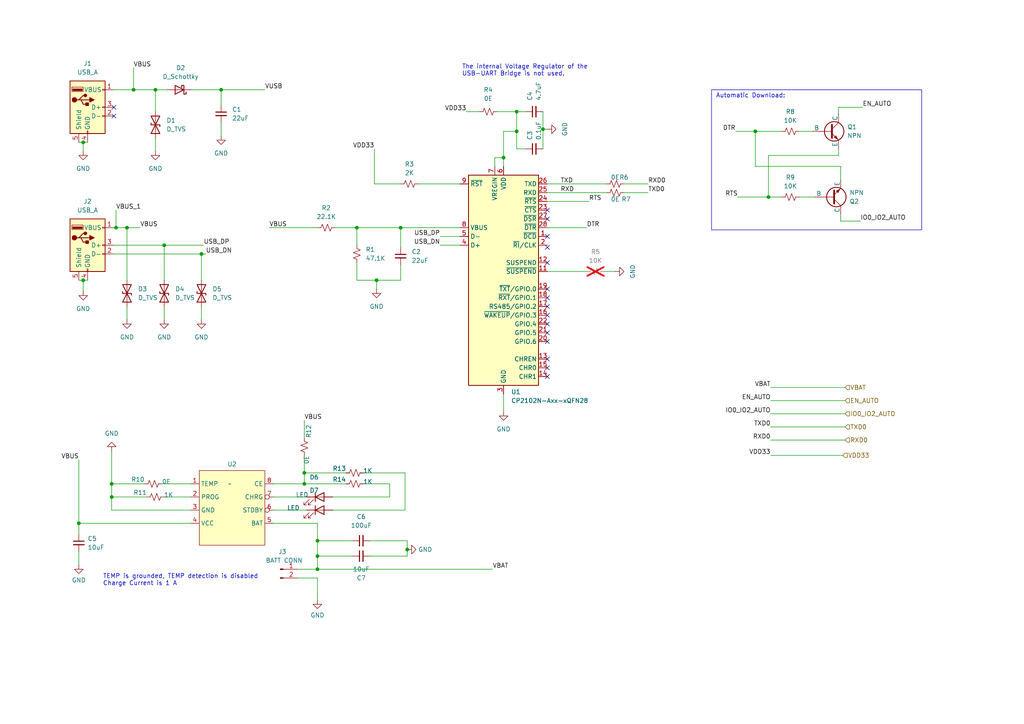
<source format=kicad_sch>
(kicad_sch (version 20230121) (generator eeschema)
  (paper "A4")
  (lib_symbols
    (symbol "Connector:Conn_01x02_Pin" (pin_names (offset 1.016) hide)
      (property "Reference" "J" (at 0 2.54 0))
      (property "Value" "Conn_01x02_Pin" (at 0 -5.08 0))
      (symbol "Conn_01x02_Pin_1_1"
        (polyline (pts (xy 1.27 -2.54) (xy 0.8636 -2.54)) (stroke (width 0.1524)))
        (polyline (pts (xy 1.27 0) (xy 0.8636 0)) (stroke (width 0.1524)))
        (rectangle (start 0.8636 -2.413) (end 0 -2.667) (stroke (width 0.1524)) (fill (type outline)))
        (rectangle (start 0.8636 0.127) (end 0 -0.127) (stroke (width 0.1524)) (fill (type outline)))
        (pin passive line (at 5.08 0 180) (length 3.81) (name "Pin_1") (number "1"))
        (pin passive line (at 5.08 -2.54 180) (length 3.81) (name "Pin_2") (number "2"))
      )
    )
    (symbol "Connector:USB_A" (pin_names (offset 1.016))
      (property "Reference" "J" (at -5.08 11.43 0))
      (property "Value" "USB_A" (at -5.08 8.89 0))
      (symbol "USB_A_0_1"
        (rectangle (start -5.08 -7.62) (end 5.08 7.62) (stroke (width 0.254)) (fill (type background)))
        (circle (center -3.81 2.159) (radius 0.635) (stroke (width 0.254)) (fill (type outline)))
        (rectangle (start -1.524 4.826) (end -4.318 5.334) (fill (type outline)))
        (rectangle (start -1.27 4.572) (end -4.572 5.842))
        (circle (center -0.635 3.429) (radius 0.381) (stroke (width 0.254)) (fill (type outline)))
        (rectangle (start -0.127 -7.62) (end 0.127 -6.858))
        (polyline (pts (xy -3.175 2.159) (xy -2.54 2.159) (xy -1.27 3.429) (xy -0.635 3.429)) (stroke (width 0.254)))
        (polyline (pts (xy -2.54 2.159) (xy -1.905 2.159) (xy -1.27 0.889) (xy 0 0.889)) (stroke (width 0.254)))
        (polyline (pts (xy 0.635 2.794) (xy 0.635 1.524) (xy 1.905 2.159) (xy 0.635 2.794)) (stroke (width 0.254)) (fill (type outline)))
        (rectangle (start 0.254 1.27) (end -0.508 0.508) (stroke (width 0.254)) (fill (type outline)))
        (rectangle (start 5.08 -2.667) (end 4.318 -2.413))
        (rectangle (start 5.08 -0.127) (end 4.318 0.127))
        (rectangle (start 5.08 4.953) (end 4.318 5.207))
      )
      (symbol "USB_A_1_1"
        (polyline (pts (xy -1.905 2.159) (xy 0.635 2.159)) (stroke (width 0.254)))
        (pin power_in line (at 7.62 5.08 180) (length 2.54) (name "VBUS") (number "1"))
        (pin bidirectional line (at 7.62 -2.54 180) (length 2.54) (name "D-") (number "2"))
        (pin bidirectional line (at 7.62 0 180) (length 2.54) (name "D+") (number "3"))
        (pin power_in line (at 0 -10.16 90) (length 2.54) (name "GND") (number "4"))
        (pin passive line (at -2.54 -10.16 90) (length 2.54) (name "Shield") (number "5"))
      )
    )
    (symbol "Device:C_Small" (pin_numbers hide) (pin_names (offset 0.254) hide)
      (property "Reference" "C" (at 0.254 1.778 0))
      (property "Value" "C_Small" (at 0.254 -2.032 0))
      (symbol "C_Small_0_1"
        (polyline (pts (xy -1.524 -0.508) (xy 1.524 -0.508)) (stroke (width 0.3302)))
        (polyline (pts (xy -1.524 0.508) (xy 1.524 0.508)) (stroke (width 0.3048)))
      )
      (symbol "C_Small_1_1"
        (pin passive line (at 0 2.54 270) (length 2.032) (name "~") (number "1"))
        (pin passive line (at 0 -2.54 90) (length 2.032) (name "~") (number "2"))
      )
    )
    (symbol "Device:D_Schottky" (pin_numbers hide) (pin_names (offset 1.016) hide)
      (property "Reference" "D" (at 0 2.54 0))
      (property "Value" "D_Schottky" (at 0 -2.54 0))
      (symbol "D_Schottky_0_1"
        (polyline (pts (xy 1.27 0) (xy -1.27 0)))
        (polyline (pts (xy 1.27 1.27) (xy 1.27 -1.27) (xy -1.27 0) (xy 1.27 1.27)) (stroke (width 0.254)))
        (polyline (pts (xy -1.905 0.635) (xy -1.905 1.27) (xy -1.27 1.27) (xy -1.27 -1.27) (xy -0.635 -1.27) (xy -0.635 -0.635)) (stroke (width 0.254)))
      )
      (symbol "D_Schottky_1_1"
        (pin passive line (at -3.81 0 0) (length 2.54) (name "K") (number "1"))
        (pin passive line (at 3.81 0 180) (length 2.54) (name "A") (number "2"))
      )
    )
    (symbol "Device:D_TVS" (pin_numbers hide) (pin_names (offset 1.016) hide)
      (property "Reference" "D" (at 0 2.54 0))
      (property "Value" "D_TVS" (at 0 -2.54 0))
      (symbol "D_TVS_0_1"
        (polyline (pts (xy 1.27 0) (xy -1.27 0)))
        (polyline (pts (xy 0.508 1.27) (xy 0 1.27) (xy 0 -1.27) (xy -0.508 -1.27)) (stroke (width 0.254)))
        (polyline (pts (xy -2.54 1.27) (xy -2.54 -1.27) (xy 2.54 1.27) (xy 2.54 -1.27) (xy -2.54 1.27)) (stroke (width 0.254)))
      )
      (symbol "D_TVS_1_1"
        (pin passive line (at -3.81 0 0) (length 2.54) (name "A1") (number "1"))
        (pin passive line (at 3.81 0 180) (length 2.54) (name "A2") (number "2"))
      )
    )
    (symbol "Device:LED" (pin_numbers hide) (pin_names (offset 1.016) hide)
      (property "Reference" "D" (at 0 2.54 0))
      (property "Value" "LED" (at 0 -2.54 0))
      (symbol "LED_0_1"
        (polyline (pts (xy -1.27 -1.27) (xy -1.27 1.27)) (stroke (width 0.254)))
        (polyline (pts (xy -1.27 0) (xy 1.27 0)))
        (polyline (pts (xy 1.27 -1.27) (xy 1.27 1.27) (xy -1.27 0) (xy 1.27 -1.27)) (stroke (width 0.254)))
        (polyline (pts (xy -3.048 -0.762) (xy -4.572 -2.286) (xy -3.81 -2.286) (xy -4.572 -2.286) (xy -4.572 -1.524)))
        (polyline (pts (xy -1.778 -0.762) (xy -3.302 -2.286) (xy -2.54 -2.286) (xy -3.302 -2.286) (xy -3.302 -1.524)))
      )
      (symbol "LED_1_1"
        (pin passive line (at -3.81 0 0) (length 2.54) (name "K") (number "1"))
        (pin passive line (at 3.81 0 180) (length 2.54) (name "A") (number "2"))
      )
    )
    (symbol "Device:R_Small_US" (pin_numbers hide) (pin_names (offset 0.254) hide)
      (property "Reference" "R" (at 0.762 0.508 0))
      (property "Value" "R_Small_US" (at 0.762 -1.016 0))
      (symbol "R_Small_US_1_1"
        (polyline (pts (xy 0 0) (xy 1.016 -0.381) (xy 0 -0.762) (xy -1.016 -1.143) (xy 0 -1.524)))
        (polyline (pts (xy 0 1.524) (xy 1.016 1.143) (xy 0 0.762) (xy -1.016 0.381) (xy 0 0)))
        (pin passive line (at 0 2.54 270) (length 1.016) (name "~") (number "1"))
        (pin passive line (at 0 -2.54 90) (length 1.016) (name "~") (number "2"))
      )
    )
    (symbol "Interface_USB:CP2102N-Axx-xQFN28"
      (property "Reference" "U" (at -8.89 31.75 0))
      (property "Value" "CP2102N-Axx-xQFN28" (at 12.7 31.75 0))
      (symbol "CP2102N-Axx-xQFN28_0_1"
        (rectangle (start -10.16 30.48) (end 10.16 -30.48) (stroke (width 0.254)) (fill (type background)))
      )
      (symbol "CP2102N-Axx-xQFN28_1_1"
        (pin input line (at 12.7 12.7 180) (length 2.54) (name "~{DCD}") (number "1"))
        (pin no_connect line (at -10.16 -27.94 0) (length 2.54) hide (name "NC") (number "10"))
        (pin output line (at 12.7 2.54 180) (length 2.54) (name "~{SUSPEND}") (number "11"))
        (pin output line (at 12.7 5.08 180) (length 2.54) (name "SUSPEND") (number "12"))
        (pin output line (at 12.7 -22.86 180) (length 2.54) (name "CHREN") (number "13"))
        (pin output line (at 12.7 -27.94 180) (length 2.54) (name "CHR1") (number "14"))
        (pin output line (at 12.7 -25.4 180) (length 2.54) (name "CHR0") (number "15"))
        (pin bidirectional line (at 12.7 -10.16 180) (length 2.54) (name "~{WAKEUP}/GPIO.3") (number "16"))
        (pin bidirectional line (at 12.7 -7.62 180) (length 2.54) (name "RS485/GPIO.2") (number "17"))
        (pin bidirectional line (at 12.7 -5.08 180) (length 2.54) (name "~{RXT}/GPIO.1") (number "18"))
        (pin bidirectional line (at 12.7 -2.54 180) (length 2.54) (name "~{TXT}/GPIO.0") (number "19"))
        (pin bidirectional line (at 12.7 10.16 180) (length 2.54) (name "~{RI}/CLK") (number "2"))
        (pin bidirectional line (at 12.7 -17.78 180) (length 2.54) (name "GPIO.6") (number "20"))
        (pin bidirectional line (at 12.7 -15.24 180) (length 2.54) (name "GPIO.5") (number "21"))
        (pin bidirectional line (at 12.7 -12.7 180) (length 2.54) (name "GPIO.4") (number "22"))
        (pin input line (at 12.7 20.32 180) (length 2.54) (name "~{CTS}") (number "23"))
        (pin output line (at 12.7 22.86 180) (length 2.54) (name "~{RTS}") (number "24"))
        (pin input line (at 12.7 25.4 180) (length 2.54) (name "RXD") (number "25"))
        (pin output line (at 12.7 27.94 180) (length 2.54) (name "TXD") (number "26"))
        (pin input line (at 12.7 17.78 180) (length 2.54) (name "~{DSR}") (number "27"))
        (pin output line (at 12.7 15.24 180) (length 2.54) (name "~{DTR}") (number "28"))
        (pin passive line (at 0 -33.02 90) (length 2.54) hide (name "GND") (number "29"))
        (pin power_in line (at 0 -33.02 90) (length 2.54) (name "GND") (number "3"))
        (pin bidirectional line (at -12.7 10.16 0) (length 2.54) (name "D+") (number "4"))
        (pin bidirectional line (at -12.7 12.7 0) (length 2.54) (name "D-") (number "5"))
        (pin power_in line (at 0 33.02 270) (length 2.54) (name "VDD") (number "6"))
        (pin power_in line (at -2.54 33.02 270) (length 2.54) (name "VREGIN") (number "7"))
        (pin input line (at -12.7 15.24 0) (length 2.54) (name "VBUS") (number "8"))
        (pin input line (at -12.7 27.94 0) (length 2.54) (name "~{RST}") (number "9"))
      )
    )
    (symbol "Project Symbol Library:AP5056_Single_Cell_Li_Ion_Charger"
      (property "Reference" "U" (at 0 0 0))
      (symbol "AP5056_Single_Cell_Li_Ion_Charger_1_1"
        (rectangle (start -8.89 3.81) (end 10.16 -17.78) (fill (type background)))
        (pin bidirectional line (at -11.43 0 0) (length 2.54) (name "TEMP") (number "1"))
        (pin bidirectional line (at -11.43 -3.81 0) (length 2.54) (name "PROG") (number "2"))
        (pin bidirectional line (at -11.43 -7.62 0) (length 2.54) (name "GND") (number "3"))
        (pin bidirectional line (at -11.43 -11.43 0) (length 2.54) (name "VCC") (number "4"))
        (pin bidirectional line (at 12.7 -11.43 180) (length 2.54) (name "BAT") (number "5"))
        (pin bidirectional inverted (at 12.7 -7.62 180) (length 2.54) (name "STDBY") (number "6"))
        (pin bidirectional inverted (at 12.7 -3.81 180) (length 2.54) (name "CHRG") (number "7"))
        (pin bidirectional line (at 12.7 0 180) (length 2.54) (name "CE") (number "8"))
      )
    )
    (symbol "Simulation_SPICE:NPN" (pin_numbers hide) (pin_names (offset 0))
      (property "Reference" "Q" (at -2.54 7.62 0))
      (property "Value" "NPN" (at -2.54 5.08 0))
      (symbol "NPN_0_1"
        (polyline (pts (xy -2.54 0) (xy 0.635 0)) (stroke (width 0.1524)))
        (polyline (pts (xy 0.635 0.635) (xy 2.54 2.54)))
        (polyline (pts (xy 2.794 -1.27) (xy 2.794 -1.27)) (stroke (width 0.1524)))
        (polyline (pts (xy 2.794 -1.27) (xy 2.794 -1.27)) (stroke (width 0.1524)))
        (polyline (pts (xy 0.635 -0.635) (xy 2.54 -2.54) (xy 2.54 -2.54)))
        (polyline (pts (xy 0.635 1.905) (xy 0.635 -1.905) (xy 0.635 -1.905)) (stroke (width 0.508)))
        (polyline (pts (xy 1.27 -1.778) (xy 1.778 -1.27) (xy 2.286 -2.286) (xy 1.27 -1.778) (xy 1.27 -1.778)) (fill (type outline)))
        (circle (center 1.27 0) (radius 2.8194) (stroke (width 0.254)))
      )
      (symbol "NPN_1_1"
        (pin open_collector line (at 2.54 5.08 270) (length 2.54) (name "C") (number "1"))
        (pin input line (at -5.08 0 0) (length 2.54) (name "B") (number "2"))
        (pin open_emitter line (at 2.54 -5.08 90) (length 2.54) (name "E") (number "3"))
      )
    )
    (symbol "power:GND" (power) (pin_names (offset 0))
      (property "Value" "GND" (at 0 -3.81 0))
      (symbol "GND_0_1"
        (polyline (pts (xy 0 0) (xy 0 -1.27) (xy 1.27 -1.27) (xy 0 -2.54) (xy -1.27 -1.27) (xy 0 -1.27)))
      )
      (symbol "GND_1_1"
        (pin power_in line (at 0 0 270) (length 0) hide (name "GND") (number "1"))
      )
    )
  )
  (junction (at 146.05 45.72))
  (junction (at 24.13 81.28))
  (junction (at 118.11 159.385))
  (junction (at 149.86 32.385))
  (junction (at 58.42 73.66))
  (junction (at 222.885 57.15))
  (junction (at 109.22 81.28))
  (junction (at 92.075 156.845))
  (junction (at 157.48 37.465))
  (junction (at 88.265 140.335))
  (junction (at 103.505 66.04))
  (junction (at 32.385 144.145))
  (junction (at 33.655 66.04))
  (junction (at 116.205 66.04))
  (junction (at 22.86 151.765))
  (junction (at 64.135 26.035))
  (junction (at 36.83 66.04))
  (junction (at 24.13 41.275))
  (junction (at 88.265 137.16))
  (junction (at 149.86 38.1))
  (junction (at 32.385 140.335))
  (junction (at 47.625 71.12))
  (junction (at 45.085 26.035))
  (junction (at 92.075 161.29))
  (junction (at 38.735 26.035))
  (junction (at 92.075 165.1))
  (junction (at 219.075 38.1))
  (no_connect (at 158.75 96.52))
  (no_connect (at 158.75 63.5))
  (no_connect (at 33.02 33.655))
  (no_connect (at 158.75 106.68))
  (no_connect (at 158.75 83.82))
  (no_connect (at 158.75 99.06))
  (no_connect (at 158.75 93.98))
  (no_connect (at 158.75 60.96))
  (no_connect (at 158.75 91.44))
  (no_connect (at 158.75 104.14))
  (no_connect (at 158.75 86.36))
  (no_connect (at 158.75 71.755))
  (no_connect (at 158.75 109.22))
  (no_connect (at 158.75 68.58))
  (no_connect (at 158.75 88.9))
  (no_connect (at 33.02 31.115))
  (no_connect (at 158.75 76.2))
  (wire (pts (xy 24.13 81.28) (xy 24.13 84.455)))
  (wire (pts (xy 88.265 121.92) (xy 88.265 127)))
  (wire (pts (xy 45.085 32.385) (xy 45.085 26.035)))
  (wire (pts (xy 64.135 26.035) (xy 76.835 26.035)))
  (wire (pts (xy 64.135 26.035) (xy 64.135 30.48)))
  (wire (pts (xy 213.36 38.1) (xy 219.075 38.1)))
  (wire (pts (xy 243.205 43.18) (xy 243.205 45.085)))
  (wire (pts (xy 79.375 144.145) (xy 88.9 144.145)))
  (wire (pts (xy 88.265 137.16) (xy 100.33 137.16)))
  (wire (pts (xy 38.735 26.035) (xy 33.02 26.035)))
  (wire (pts (xy 22.86 160.02) (xy 22.86 163.83)))
  (wire (pts (xy 79.375 151.765) (xy 92.075 151.765)))
  (wire (pts (xy 243.84 64.135) (xy 249.555 64.135)))
  (wire (pts (xy 213.995 57.15) (xy 222.885 57.15)))
  (wire (pts (xy 47.625 88.9) (xy 47.625 92.71)))
  (wire (pts (xy 92.075 167.64) (xy 92.075 173.99)))
  (wire (pts (xy 38.735 26.035) (xy 45.085 26.035)))
  (wire (pts (xy 33.655 66.04) (xy 36.83 66.04)))
  (wire (pts (xy 24.13 41.275) (xy 25.4 41.275)))
  (wire (pts (xy 58.42 88.9) (xy 58.42 92.71)))
  (wire (pts (xy 222.885 57.15) (xy 226.695 57.15)))
  (wire (pts (xy 149.86 43.18) (xy 149.86 38.1)))
  (wire (pts (xy 158.75 55.88) (xy 175.895 55.88)))
  (wire (pts (xy 243.84 62.23) (xy 243.84 64.135)))
  (wire (pts (xy 88.265 137.16) (xy 88.265 140.335)))
  (wire (pts (xy 38.735 19.685) (xy 38.735 26.035)))
  (wire (pts (xy 116.205 66.04) (xy 133.35 66.04)))
  (wire (pts (xy 175.26 78.74) (xy 178.435 78.74)))
  (wire (pts (xy 103.505 71.12) (xy 103.505 66.04)))
  (wire (pts (xy 88.265 132.08) (xy 88.265 137.16)))
  (wire (pts (xy 146.05 38.1) (xy 149.86 38.1)))
  (wire (pts (xy 103.505 66.04) (xy 116.205 66.04)))
  (wire (pts (xy 158.75 78.74) (xy 170.18 78.74)))
  (wire (pts (xy 219.075 38.1) (xy 226.695 38.1)))
  (wire (pts (xy 103.505 81.28) (xy 109.22 81.28)))
  (wire (pts (xy 103.505 76.2) (xy 103.505 81.28)))
  (wire (pts (xy 116.205 76.835) (xy 116.205 81.28)))
  (wire (pts (xy 105.41 137.16) (xy 117.475 137.16)))
  (wire (pts (xy 36.83 66.04) (xy 40.64 66.04)))
  (wire (pts (xy 22.86 81.28) (xy 24.13 81.28)))
  (wire (pts (xy 96.52 144.145) (xy 113.03 144.145)))
  (wire (pts (xy 117.475 137.16) (xy 117.475 147.955)))
  (wire (pts (xy 223.52 112.395) (xy 245.11 112.395)))
  (wire (pts (xy 47.625 71.12) (xy 59.055 71.12)))
  (wire (pts (xy 116.205 71.755) (xy 116.205 66.04)))
  (wire (pts (xy 157.48 43.18) (xy 157.48 37.465)))
  (wire (pts (xy 158.75 66.04) (xy 170.18 66.04)))
  (wire (pts (xy 79.375 147.955) (xy 88.9 147.955)))
  (wire (pts (xy 231.775 38.1) (xy 235.585 38.1)))
  (wire (pts (xy 118.11 159.385) (xy 118.11 161.29)))
  (wire (pts (xy 32.385 147.955) (xy 55.245 147.955)))
  (wire (pts (xy 47.625 144.145) (xy 55.245 144.145)))
  (wire (pts (xy 146.05 45.72) (xy 146.05 48.26)))
  (wire (pts (xy 45.085 26.035) (xy 48.26 26.035)))
  (wire (pts (xy 146.05 38.1) (xy 146.05 45.72)))
  (wire (pts (xy 219.075 48.26) (xy 219.075 38.1)))
  (wire (pts (xy 24.13 81.28) (xy 25.4 81.28)))
  (wire (pts (xy 64.135 35.56) (xy 64.135 39.37)))
  (wire (pts (xy 32.385 140.335) (xy 32.385 130.81)))
  (wire (pts (xy 92.075 156.845) (xy 92.075 161.29)))
  (wire (pts (xy 109.22 81.28) (xy 116.205 81.28)))
  (wire (pts (xy 32.385 144.145) (xy 32.385 147.955)))
  (wire (pts (xy 157.48 37.465) (xy 158.75 37.465)))
  (wire (pts (xy 157.48 37.465) (xy 157.48 32.385)))
  (wire (pts (xy 107.315 156.845) (xy 118.11 156.845)))
  (wire (pts (xy 92.075 165.1) (xy 86.36 165.1)))
  (wire (pts (xy 36.83 88.9) (xy 36.83 92.71)))
  (wire (pts (xy 113.03 140.335) (xy 105.41 140.335)))
  (wire (pts (xy 144.145 32.385) (xy 149.86 32.385)))
  (wire (pts (xy 118.11 161.29) (xy 107.315 161.29)))
  (wire (pts (xy 86.36 167.64) (xy 92.075 167.64)))
  (wire (pts (xy 243.84 48.26) (xy 219.075 48.26)))
  (wire (pts (xy 22.86 151.765) (xy 55.245 151.765)))
  (wire (pts (xy 46.99 140.335) (xy 55.245 140.335)))
  (wire (pts (xy 58.42 73.66) (xy 58.42 81.28)))
  (wire (pts (xy 78.105 66.04) (xy 92.075 66.04)))
  (wire (pts (xy 92.075 161.29) (xy 92.075 165.1)))
  (wire (pts (xy 223.52 120.015) (xy 245.11 120.015)))
  (wire (pts (xy 127.635 68.58) (xy 133.35 68.58)))
  (wire (pts (xy 152.4 43.18) (xy 149.86 43.18)))
  (wire (pts (xy 158.75 58.42) (xy 170.815 58.42)))
  (wire (pts (xy 127.635 71.12) (xy 133.35 71.12)))
  (wire (pts (xy 243.84 52.07) (xy 243.84 48.26)))
  (wire (pts (xy 88.265 140.335) (xy 100.33 140.335)))
  (wire (pts (xy 223.52 116.205) (xy 245.11 116.205)))
  (wire (pts (xy 33.02 73.66) (xy 58.42 73.66)))
  (wire (pts (xy 32.385 144.145) (xy 32.385 140.335)))
  (wire (pts (xy 42.545 144.145) (xy 32.385 144.145)))
  (wire (pts (xy 33.02 66.04) (xy 33.655 66.04)))
  (wire (pts (xy 58.42 73.66) (xy 59.69 73.66)))
  (wire (pts (xy 149.86 32.385) (xy 149.86 38.1)))
  (wire (pts (xy 223.52 123.825) (xy 245.11 123.825)))
  (wire (pts (xy 223.52 132.08) (xy 244.475 132.08)))
  (wire (pts (xy 180.975 55.88) (xy 187.96 55.88)))
  (wire (pts (xy 33.02 71.12) (xy 47.625 71.12)))
  (wire (pts (xy 96.52 147.955) (xy 117.475 147.955)))
  (wire (pts (xy 243.205 31.115) (xy 243.205 33.02)))
  (wire (pts (xy 250.19 31.115) (xy 243.205 31.115)))
  (wire (pts (xy 231.775 57.15) (xy 236.22 57.15)))
  (wire (pts (xy 108.585 53.34) (xy 116.205 53.34)))
  (wire (pts (xy 22.86 133.35) (xy 22.86 151.765)))
  (wire (pts (xy 109.22 81.28) (xy 109.22 83.82)))
  (wire (pts (xy 135.255 32.385) (xy 139.065 32.385)))
  (wire (pts (xy 146.05 114.3) (xy 146.05 119.38)))
  (wire (pts (xy 223.52 127.635) (xy 245.11 127.635)))
  (wire (pts (xy 158.75 53.34) (xy 175.895 53.34)))
  (wire (pts (xy 33.655 60.96) (xy 33.655 66.04)))
  (wire (pts (xy 108.585 43.18) (xy 108.585 53.34)))
  (wire (pts (xy 92.075 161.29) (xy 102.235 161.29)))
  (wire (pts (xy 149.86 32.385) (xy 152.4 32.385)))
  (wire (pts (xy 92.075 151.765) (xy 92.075 156.845)))
  (wire (pts (xy 22.86 41.275) (xy 24.13 41.275)))
  (wire (pts (xy 24.13 41.275) (xy 24.13 43.815)))
  (wire (pts (xy 113.03 144.145) (xy 113.03 140.335)))
  (wire (pts (xy 47.625 71.12) (xy 47.625 81.28)))
  (wire (pts (xy 36.83 66.04) (xy 36.83 81.28)))
  (wire (pts (xy 92.075 156.845) (xy 102.235 156.845)))
  (wire (pts (xy 97.155 66.04) (xy 103.505 66.04)))
  (wire (pts (xy 121.285 53.34) (xy 133.35 53.34)))
  (wire (pts (xy 143.51 45.72) (xy 146.05 45.72)))
  (wire (pts (xy 92.075 165.1) (xy 142.875 165.1)))
  (wire (pts (xy 45.085 40.005) (xy 45.085 43.815)))
  (wire (pts (xy 41.91 140.335) (xy 32.385 140.335)))
  (wire (pts (xy 243.205 45.085) (xy 222.885 45.085)))
  (wire (pts (xy 118.11 156.845) (xy 118.11 159.385)))
  (wire (pts (xy 180.975 53.34) (xy 187.96 53.34)))
  (wire (pts (xy 222.885 45.085) (xy 222.885 57.15)))
  (wire (pts (xy 143.51 48.26) (xy 143.51 45.72)))
  (wire (pts (xy 88.265 140.335) (xy 79.375 140.335)))
  (wire (pts (xy 55.88 26.035) (xy 64.135 26.035)))
  (wire (pts (xy 22.86 151.765) (xy 22.86 154.94)))
  (rectangle (start 206.375 26.035) (end 267.335 66.675))
  (text "Automatic Download:" (at 207.645 28.575 0) (effects (font (size 1.27 1.27)) (justify left bottom)))
  (text "TEMP is grounded, TEMP detection is disabled\nCharge Current is 1 A\n\n" (at 29.845 172.085 0) (effects (font (size 1.27 1.27)) (justify left bottom)))
  (text "The internal Voltage Regulator of the \nUSB-UART Bridge is not used.\n" (at 133.985 22.225 0) (effects (font (size 1.27 1.27)) (justify left bottom)))
  (label "TXD0" (at 223.52 123.825 180))
  (label "VBUS" (at 38.735 19.685 0))
  (label "VBUS" (at 40.64 66.04 0))
  (label "USB_DN" (at 127.635 71.12 180))
  (label "USB_DP" (at 127.635 68.58 180))
  (label "IO0_IO2_AUTO" (at 223.52 120.015 180))
  (label "VDD33" (at 135.255 32.385 180))
  (label "RTS" (at 170.815 58.42 0))
  (label "TXD0" (at 187.96 55.88 0))
  (label "DTR" (at 170.18 66.04 0))
  (label "RXD0" (at 187.96 53.34 0))
  (label "VBUS" (at 88.265 121.92 0))
  (label "RTS" (at 213.995 57.15 180))
  (label "VUSB" (at 76.835 26.035 0))
  (label "USB_DN" (at 59.69 73.66 0))
  (label "VBAT" (at 223.52 112.395 180))
  (label "TXD" (at 162.56 53.34 0))
  (label "VBUS" (at 22.86 133.35 180))
  (label "VDD33" (at 223.52 132.08 180))
  (label "USB_DP" (at 59.055 71.12 0))
  (label "EN_AUTO" (at 223.52 116.205 180))
  (label "VBUS" (at 78.105 66.04 0))
  (label "IO0_IO2_AUTO" (at 249.555 64.135 0))
  (label "RXD0" (at 223.52 127.635 180))
  (label "VDD33" (at 108.585 43.18 180))
  (label "RXD" (at 162.56 55.88 0))
  (label "DTR" (at 213.36 38.1 180))
  (label "VBAT" (at 142.875 165.1 0))
  (label "VBUS_1" (at 33.655 60.96 0))
  (label "EN_AUTO" (at 250.19 31.115 0))
  (hierarchical_label "RXD0" (shape input) (at 245.11 127.635 0))
  (hierarchical_label "TXD0" (shape input) (at 245.11 123.825 0))
  (hierarchical_label "IO0_IO2_AUTO" (shape input) (at 245.11 120.015 0))
  (hierarchical_label "EN_AUTO" (shape input) (at 245.11 116.205 0))
  (hierarchical_label "VBAT" (shape input) (at 245.11 112.395 0))
  (hierarchical_label "VDD33" (shape input) (at 244.475 132.08 0))
  (symbol (lib_id "power:GND") (at 32.385 130.81 180) (unit 1)
    (property "Reference" "#PWR012" (effects hide))
    (property "Value" "GND" (at 32.385 125.73 0))
  )
  (symbol (lib_id "Connector:Conn_01x02_Pin") (at 81.28 165.1 0) (unit 1)
    (property "Reference" "J3" (at 81.915 160.02 0))
    (property "Value" " BATT CONN" (at 81.915 162.56 0))
  )
  (symbol (lib_id "Device:R_Small_US") (at 172.72 78.74 90) (unit 1) (in_bom no) (dnp yes)
    (property "Reference" "R5" (at 172.72 73.025 90))
    (property "Value" "10K" (at 172.72 75.565 90))
  )
  (symbol (lib_id "Device:R_Small_US") (at 102.87 137.16 90) (unit 1)
    (property "Reference" "R13" (at 98.425 135.89 90))
    (property "Value" "1K" (at 106.68 136.525 90))
  )
  (symbol (lib_id "power:GND") (at 58.42 92.71 0) (unit 1)
    (property "Reference" "#PWR07" (effects hide))
    (property "Value" "GND" (at 58.42 97.79 0))
  )
  (symbol (lib_id "Device:D_TVS") (at 47.625 85.09 90) (unit 1)
    (property "Reference" "D4" (at 50.8 83.82 90) (effects (justify right)))
    (property "Value" "D_TVS" (at 50.8 86.36 90) (effects (justify right)))
    (property "Part Number" "LESD5D5.0CT1G" (effects hide))
  )
  (symbol (lib_id "power:GND") (at 158.75 37.465 90) (unit 1)
    (property "Reference" "#PWR010" (effects hide))
    (property "Value" "GND" (at 163.83 37.465 0))
  )
  (symbol (lib_id "Device:C_Small") (at 154.94 43.18 90) (unit 1)
    (property "Reference" "C3" (at 153.6763 40.64 0) (effects (justify left)))
    (property "Value" "0.1uF" (at 156.2163 40.64 0) (effects (justify left)))
  )
  (symbol (lib_id "Device:D_TVS") (at 45.085 36.195 90) (unit 1)
    (property "Reference" "D1" (at 48.26 34.925 90) (effects (justify right)))
    (property "Value" "D_TVS" (at 48.26 37.465 90) (effects (justify right)))
    (property "Part Number" "LESD5D5.0CT1G" (effects hide))
  )
  (symbol (lib_id "Device:C_Small") (at 64.135 33.02 0) (unit 1)
    (property "Reference" "C1" (at 67.31 31.7563 0) (effects (justify left)))
    (property "Value" "22uF" (at 67.31 34.2963 0) (effects (justify left)))
  )
  (symbol (lib_id "Device:R_Small_US") (at 229.235 57.15 90) (unit 1)
    (property "Reference" "R9" (at 229.235 51.435 90))
    (property "Value" "10K" (at 229.235 53.975 90))
  )
  (symbol (lib_id "Simulation_SPICE:NPN") (at 241.3 57.15 0) (mirror x) (unit 1)
    (property "Reference" "Q2" (at 246.38 58.42 0) (effects (justify left)))
    (property "Value" "NPN" (at 246.38 55.88 0) (effects (justify left)))
    (property "Sim.Device" "NPN" (effects hide))
    (property "Sim.Type" "GUMMELPOON" (effects hide))
    (property "Sim.Pins" "1=C 2=B 3=E" (effects hide))
  )
  (symbol (lib_id "Project Symbol Library:AP5056_Single_Cell_Li_Ion_Charger") (at 66.675 140.335 0) (unit 1)
    (property "Reference" "U2" (at 67.31 134.62 0))
    (property "Value" "~" (at 66.675 140.335 0))
  )
  (symbol (lib_id "power:GND") (at 47.625 92.71 0) (unit 1)
    (property "Reference" "#PWR06" (effects hide))
    (property "Value" "GND" (at 47.625 97.79 0))
  )
  (symbol (lib_id "power:GND") (at 45.085 43.815 0) (unit 1)
    (property "Reference" "#PWR03" (effects hide))
    (property "Value" "GND" (at 45.085 48.895 0))
  )
  (symbol (lib_id "power:GND") (at 36.83 92.71 0) (unit 1)
    (property "Reference" "#PWR05" (effects hide))
    (property "Value" "GND" (at 36.83 97.79 0))
  )
  (symbol (lib_id "Device:R_Small_US") (at 178.435 53.34 90) (unit 1)
    (property "Reference" "R6" (at 180.975 51.435 90))
    (property "Value" "0E" (at 178.435 51.435 90))
  )
  (symbol (lib_id "Device:R_Small_US") (at 103.505 73.66 0) (unit 1)
    (property "Reference" "R1" (at 106.045 72.39 0) (effects (justify left)))
    (property "Value" "47.1K" (at 106.045 74.93 0) (effects (justify left)))
  )
  (symbol (lib_id "Device:R_Small_US") (at 45.085 144.145 90) (unit 1)
    (property "Reference" "R11" (at 40.64 142.875 90))
    (property "Value" "1K" (at 48.895 143.51 90))
  )
  (symbol (lib_id "Connector:USB_A") (at 25.4 31.115 0) (unit 1)
    (property "Reference" "J1" (at 25.4 18.415 0))
    (property "Value" "USB_A" (at 25.4 20.955 0))
    (property "Datasheet" " ~" (effects hide))
  )
  (symbol (lib_id "Device:LED") (at 92.71 147.955 0) (unit 1)
    (property "Reference" "D7" (at 91.1225 142.24 0))
    (property "Value" "LED" (at 85.09 147.32 0))
  )
  (symbol (lib_id "Device:R_Small_US") (at 88.265 129.54 0) (unit 1)
    (property "Reference" "R12" (at 89.535 125.095 90))
    (property "Value" "0E" (at 88.9 133.35 90))
  )
  (symbol (lib_id "power:GND") (at 146.05 119.38 0) (unit 1)
    (property "Reference" "#PWR09" (effects hide))
    (property "Value" "GND" (at 146.05 124.46 0))
  )
  (symbol (lib_id "power:GND") (at 24.13 84.455 0) (unit 1)
    (property "Reference" "#PWR02" (effects hide))
    (property "Value" "GND" (at 24.13 89.535 0))
  )
  (symbol (lib_id "Connector:USB_A") (at 25.4 71.12 0) (unit 1)
    (property "Reference" "J2" (at 25.4 58.42 0))
    (property "Value" "USB_A" (at 25.4 60.96 0))
    (property "Datasheet" " ~" (effects hide))
  )
  (symbol (lib_id "power:GND") (at 24.13 43.815 0) (unit 1)
    (property "Reference" "#PWR01" (effects hide))
    (property "Value" "GND" (at 24.13 48.895 0))
  )
  (symbol (lib_id "Device:D_TVS") (at 36.83 85.09 90) (unit 1)
    (property "Reference" "D3" (at 40.005 83.82 90) (effects (justify right)))
    (property "Value" "D_TVS" (at 40.005 86.36 90) (effects (justify right)))
    (property "Part Number" "LESD5D5.0CT1G" (effects hide))
  )
  (symbol (lib_id "Device:C_Small") (at 104.775 161.29 90) (mirror x) (unit 1)
    (property "Reference" "C7" (at 104.7813 167.64 90))
    (property "Value" "10uF" (at 104.7813 165.1 90))
  )
  (symbol (lib_id "Device:R_Small_US") (at 141.605 32.385 90) (unit 1)
    (property "Reference" "R4" (at 141.605 26.035 90))
    (property "Value" "0E" (at 141.605 28.575 90))
  )
  (symbol (lib_id "Simulation_SPICE:NPN") (at 240.665 38.1 0) (unit 1)
    (property "Reference" "Q1" (at 245.745 36.83 0) (effects (justify left)))
    (property "Value" "NPN" (at 245.745 39.37 0) (effects (justify left)))
    (property "Sim.Device" "NPN" (effects hide))
    (property "Sim.Type" "GUMMELPOON" (effects hide))
    (property "Sim.Pins" "1=C 2=B 3=E" (effects hide))
  )
  (symbol (lib_id "power:GND") (at 22.86 163.83 0) (unit 1)
    (property "Reference" "#PWR013" (effects hide))
    (property "Value" "GND" (at 22.86 168.275 0))
  )
  (symbol (lib_id "Device:R_Small_US") (at 178.435 55.88 90) (unit 1)
    (property "Reference" "R7" (at 181.61 57.785 90))
    (property "Value" "0E" (at 178.435 57.785 90))
  )
  (symbol (lib_id "Device:C_Small") (at 104.775 156.845 90) (unit 1)
    (property "Reference" "C6" (at 104.7813 149.86 90))
    (property "Value" "100uF" (at 104.7813 152.4 90))
  )
  (symbol (lib_id "Device:LED") (at 92.71 144.145 0) (unit 1)
    (property "Reference" "D6" (at 91.1225 138.43 0))
    (property "Value" "LED" (at 87.63 143.51 0))
  )
  (symbol (lib_id "power:GND") (at 178.435 78.74 90) (unit 1)
    (property "Reference" "#PWR011" (effects hide))
    (property "Value" "GND" (at 183.515 78.74 0))
  )
  (symbol (lib_id "power:GND") (at 64.135 39.37 0) (unit 1)
    (property "Reference" "#PWR04" (effects hide))
    (property "Value" "GND" (at 64.135 44.45 0))
  )
  (symbol (lib_id "Device:R_Small_US") (at 229.235 38.1 90) (unit 1)
    (property "Reference" "R8" (at 229.235 32.385 90))
    (property "Value" "10K" (at 229.235 34.925 90))
  )
  (symbol (lib_id "Device:C_Small") (at 154.94 32.385 90) (unit 1)
    (property "Reference" "C4" (at 153.6763 29.21 0) (effects (justify left)))
    (property "Value" "4.7uF" (at 156.2163 29.21 0) (effects (justify left)))
  )
  (symbol (lib_id "power:GND") (at 92.075 173.99 0) (unit 1)
    (property "Reference" "#PWR014" (effects hide))
    (property "Value" "GND" (at 92.075 178.435 0))
  )
  (symbol (lib_id "Device:R_Small_US") (at 118.745 53.34 90) (unit 1)
    (property "Reference" "R3" (at 118.745 47.625 90))
    (property "Value" "2K" (at 118.745 50.165 90))
  )
  (symbol (lib_id "Device:C_Small") (at 116.205 74.295 0) (unit 1)
    (property "Reference" "C2" (at 119.38 73.0313 0) (effects (justify left)))
    (property "Value" "22uF" (at 119.38 75.5713 0) (effects (justify left)))
  )
  (symbol (lib_id "Interface_USB:CP2102N-Axx-xQFN28") (at 146.05 81.28 0) (unit 1)
    (property "Reference" "U1" (at 148.2441 113.665 0) (effects (justify left)))
    (property "Value" "CP2102N-Axx-xQFN28" (at 148.2441 116.205 0) (effects (justify left)))
    (property "Footprint" "Package_DFN_QFN:QFN-28-1EP_5x5mm_P0.5mm_EP3.35x3.35mm" (effects hide))
    (property "Datasheet" "https://www.silabs.com/documents/public/data-sheets/cp2102n-datasheet.pdf" (effects hide))
  )
  (symbol (lib_id "Device:R_Small_US") (at 94.615 66.04 90) (unit 1)
    (property "Reference" "R2" (at 94.615 60.325 90))
    (property "Value" "22.1K" (at 94.615 62.865 90))
  )
  (symbol (lib_id "Device:R_Small_US") (at 44.45 140.335 90) (unit 1)
    (property "Reference" "R10" (at 40.005 139.065 90))
    (property "Value" "0E" (at 48.26 139.7 90))
  )
  (symbol (lib_id "power:GND") (at 118.11 159.385 90) (unit 1)
    (property "Reference" "#PWR015" (effects hide))
    (property "Value" "GND" (at 121.285 159.385 90) (effects (justify right)))
  )
  (symbol (lib_id "power:GND") (at 109.22 83.82 0) (unit 1)
    (property "Reference" "#PWR08" (effects hide))
    (property "Value" "GND" (at 109.22 88.9 0))
  )
  (symbol (lib_id "Device:C_Small") (at 22.86 157.48 0) (unit 1)
    (property "Reference" "C5" (at 25.4 156.2163 0) (effects (justify left)))
    (property "Value" "10uF" (at 25.4 158.7563 0) (effects (justify left)))
  )
  (symbol (lib_id "Device:D_TVS") (at 58.42 85.09 90) (unit 1)
    (property "Reference" "D5" (at 61.595 83.82 90) (effects (justify right)))
    (property "Value" "D_TVS" (at 61.595 86.36 90) (effects (justify right)))
    (property "Part Number" "LESD5D5.0CT1G" (effects hide))
  )
  (symbol (lib_id "Device:R_Small_US") (at 102.87 140.335 90) (unit 1)
    (property "Reference" "R14" (at 98.425 139.065 90))
    (property "Value" "1K" (at 106.68 139.7 90))
  )
  (symbol (lib_id "Device:D_Schottky") (at 52.07 26.035 180) (unit 1)
    (property "Reference" "D2" (at 52.3875 19.685 0))
    (property "Value" "D_Schottky" (at 52.3875 22.225 0))
    (property "Part Number" "SS24" (effects hide))
  )
)
</source>
